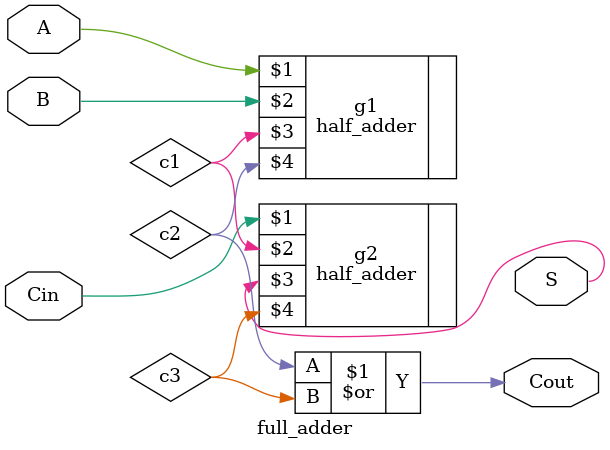
<source format=v>
`timescale 1ns / 1ps
module full_adder(
    input A,
    input B,
    input Cin,
    output S,
    output Cout
    );

wire c1,c2,c3;
half_adder g1(A,B,c1,c2);
half_adder g2(Cin,c1,S,c3);
or g3(Cout,c2,c3);

endmodule

</source>
